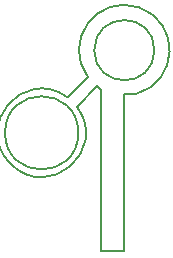
<source format=gbr>
G04 #@! TF.GenerationSoftware,KiCad,Pcbnew,(7.0.0)*
G04 #@! TF.CreationDate,2023-08-02T19:43:27-07:00*
G04 #@! TF.ProjectId,EWL_FlexPC,45574c5f-466c-4657-9850-432e6b696361,rev?*
G04 #@! TF.SameCoordinates,Original*
G04 #@! TF.FileFunction,Profile,NP*
%FSLAX46Y46*%
G04 Gerber Fmt 4.6, Leading zero omitted, Abs format (unit mm)*
G04 Created by KiCad (PCBNEW (7.0.0)) date 2023-08-02 19:43:27*
%MOMM*%
%LPD*%
G01*
G04 APERTURE LIST*
G04 #@! TA.AperFunction,Profile*
%ADD10C,0.150000*%
G04 #@! TD*
G04 APERTURE END LIST*
D10*
X45199999Y-34000002D02*
G75*
G03*
X45999998Y-34800001I-2199999J-2999998D01*
G01*
X48000000Y-47000000D02*
X50000000Y-47000000D01*
X46921924Y-32283734D02*
X45200000Y-34000000D01*
X48000000Y-47000000D02*
X48000000Y-33360000D01*
X47713529Y-33076043D02*
X45999999Y-34800001D01*
X50000000Y-47000000D02*
X50000000Y-33700000D01*
X52547600Y-30000000D02*
G75*
G03*
X52547600Y-30000000I-2547600J0D01*
G01*
X50999999Y-33699999D02*
G75*
G03*
X46921925Y-32283734I-999999J3699999D01*
G01*
X46101612Y-37000000D02*
G75*
G03*
X46101612Y-37000000I-3101612J0D01*
G01*
X50999999Y-33699999D02*
X50000000Y-33700000D01*
X47713529Y-33076043D02*
X48000000Y-33360000D01*
M02*

</source>
